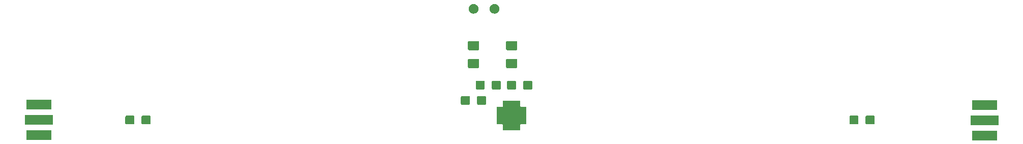
<source format=gbr>
G04 #@! TF.GenerationSoftware,KiCad,Pcbnew,5.1.2-f72e74a~84~ubuntu18.04.1*
G04 #@! TF.CreationDate,2019-07-26T18:37:53+02:00*
G04 #@! TF.ProjectId,match_attenuator,6d617463-685f-4617-9474-656e7561746f,rev?*
G04 #@! TF.SameCoordinates,Original*
G04 #@! TF.FileFunction,Soldermask,Top*
G04 #@! TF.FilePolarity,Negative*
%FSLAX46Y46*%
G04 Gerber Fmt 4.6, Leading zero omitted, Abs format (unit mm)*
G04 Created by KiCad (PCBNEW 5.1.2-f72e74a~84~ubuntu18.04.1) date 2019-07-26 18:37:53*
%MOMM*%
%LPD*%
G04 APERTURE LIST*
%ADD10C,0.100000*%
G04 APERTURE END LIST*
D10*
G36*
X230681000Y-131111000D02*
G01*
X226519000Y-131111000D01*
X226519000Y-129489000D01*
X230681000Y-129489000D01*
X230681000Y-131111000D01*
X230681000Y-131111000D01*
G37*
G36*
X73201000Y-131091000D02*
G01*
X69039000Y-131091000D01*
X69039000Y-129469000D01*
X73201000Y-129469000D01*
X73201000Y-131091000D01*
X73201000Y-131091000D01*
G37*
G36*
X151301000Y-125414001D02*
G01*
X151303402Y-125438387D01*
X151310515Y-125461836D01*
X151322066Y-125483447D01*
X151337611Y-125502389D01*
X151356553Y-125517934D01*
X151378164Y-125529485D01*
X151401613Y-125536598D01*
X151425999Y-125539000D01*
X152301000Y-125539000D01*
X152301000Y-128441000D01*
X151425999Y-128441000D01*
X151401613Y-128443402D01*
X151378164Y-128450515D01*
X151356553Y-128462066D01*
X151337611Y-128477611D01*
X151322066Y-128496553D01*
X151310515Y-128518164D01*
X151303402Y-128541613D01*
X151301000Y-128565999D01*
X151301000Y-129441000D01*
X148399000Y-129441000D01*
X148399000Y-128565999D01*
X148396598Y-128541613D01*
X148389485Y-128518164D01*
X148377934Y-128496553D01*
X148362389Y-128477611D01*
X148343447Y-128462066D01*
X148321836Y-128450515D01*
X148298387Y-128443402D01*
X148274001Y-128441000D01*
X147399000Y-128441000D01*
X147399000Y-125539000D01*
X148274001Y-125539000D01*
X148298387Y-125536598D01*
X148321836Y-125529485D01*
X148343447Y-125517934D01*
X148362389Y-125502389D01*
X148377934Y-125483447D01*
X148389485Y-125461836D01*
X148396598Y-125438387D01*
X148399000Y-125414001D01*
X148399000Y-124539000D01*
X151301000Y-124539000D01*
X151301000Y-125414001D01*
X151301000Y-125414001D01*
G37*
G36*
X230951000Y-128571000D02*
G01*
X226249000Y-128571000D01*
X226249000Y-126949000D01*
X230951000Y-126949000D01*
X230951000Y-128571000D01*
X230951000Y-128571000D01*
G37*
G36*
X73471000Y-128551000D02*
G01*
X68769000Y-128551000D01*
X68769000Y-126929000D01*
X73471000Y-126929000D01*
X73471000Y-128551000D01*
X73471000Y-128551000D01*
G37*
G36*
X210147798Y-127018247D02*
G01*
X210183367Y-127029037D01*
X210216139Y-127046554D01*
X210244869Y-127070131D01*
X210268446Y-127098861D01*
X210285963Y-127131633D01*
X210296753Y-127167202D01*
X210301000Y-127210325D01*
X210301000Y-128269675D01*
X210296753Y-128312798D01*
X210285963Y-128348367D01*
X210268446Y-128381139D01*
X210244869Y-128409869D01*
X210216139Y-128433446D01*
X210183367Y-128450963D01*
X210147798Y-128461753D01*
X210104675Y-128466000D01*
X208995325Y-128466000D01*
X208952202Y-128461753D01*
X208916633Y-128450963D01*
X208883861Y-128433446D01*
X208855131Y-128409869D01*
X208831554Y-128381139D01*
X208814037Y-128348367D01*
X208803247Y-128312798D01*
X208799000Y-128269675D01*
X208799000Y-127210325D01*
X208803247Y-127167202D01*
X208814037Y-127131633D01*
X208831554Y-127098861D01*
X208855131Y-127070131D01*
X208883861Y-127046554D01*
X208916633Y-127029037D01*
X208952202Y-127018247D01*
X208995325Y-127014000D01*
X210104675Y-127014000D01*
X210147798Y-127018247D01*
X210147798Y-127018247D01*
G37*
G36*
X207447798Y-127018247D02*
G01*
X207483367Y-127029037D01*
X207516139Y-127046554D01*
X207544869Y-127070131D01*
X207568446Y-127098861D01*
X207585963Y-127131633D01*
X207596753Y-127167202D01*
X207601000Y-127210325D01*
X207601000Y-128269675D01*
X207596753Y-128312798D01*
X207585963Y-128348367D01*
X207568446Y-128381139D01*
X207544869Y-128409869D01*
X207516139Y-128433446D01*
X207483367Y-128450963D01*
X207447798Y-128461753D01*
X207404675Y-128466000D01*
X206295325Y-128466000D01*
X206252202Y-128461753D01*
X206216633Y-128450963D01*
X206183861Y-128433446D01*
X206155131Y-128409869D01*
X206131554Y-128381139D01*
X206114037Y-128348367D01*
X206103247Y-128312798D01*
X206099000Y-128269675D01*
X206099000Y-127210325D01*
X206103247Y-127167202D01*
X206114037Y-127131633D01*
X206131554Y-127098861D01*
X206155131Y-127070131D01*
X206183861Y-127046554D01*
X206216633Y-127029037D01*
X206252202Y-127018247D01*
X206295325Y-127014000D01*
X207404675Y-127014000D01*
X207447798Y-127018247D01*
X207447798Y-127018247D01*
G37*
G36*
X86877798Y-127018247D02*
G01*
X86913367Y-127029037D01*
X86946139Y-127046554D01*
X86974869Y-127070131D01*
X86998446Y-127098861D01*
X87015963Y-127131633D01*
X87026753Y-127167202D01*
X87031000Y-127210325D01*
X87031000Y-128269675D01*
X87026753Y-128312798D01*
X87015963Y-128348367D01*
X86998446Y-128381139D01*
X86974869Y-128409869D01*
X86946139Y-128433446D01*
X86913367Y-128450963D01*
X86877798Y-128461753D01*
X86834675Y-128466000D01*
X85725325Y-128466000D01*
X85682202Y-128461753D01*
X85646633Y-128450963D01*
X85613861Y-128433446D01*
X85585131Y-128409869D01*
X85561554Y-128381139D01*
X85544037Y-128348367D01*
X85533247Y-128312798D01*
X85529000Y-128269675D01*
X85529000Y-127210325D01*
X85533247Y-127167202D01*
X85544037Y-127131633D01*
X85561554Y-127098861D01*
X85585131Y-127070131D01*
X85613861Y-127046554D01*
X85646633Y-127029037D01*
X85682202Y-127018247D01*
X85725325Y-127014000D01*
X86834675Y-127014000D01*
X86877798Y-127018247D01*
X86877798Y-127018247D01*
G37*
G36*
X89577798Y-127018247D02*
G01*
X89613367Y-127029037D01*
X89646139Y-127046554D01*
X89674869Y-127070131D01*
X89698446Y-127098861D01*
X89715963Y-127131633D01*
X89726753Y-127167202D01*
X89731000Y-127210325D01*
X89731000Y-128269675D01*
X89726753Y-128312798D01*
X89715963Y-128348367D01*
X89698446Y-128381139D01*
X89674869Y-128409869D01*
X89646139Y-128433446D01*
X89613367Y-128450963D01*
X89577798Y-128461753D01*
X89534675Y-128466000D01*
X88425325Y-128466000D01*
X88382202Y-128461753D01*
X88346633Y-128450963D01*
X88313861Y-128433446D01*
X88285131Y-128409869D01*
X88261554Y-128381139D01*
X88244037Y-128348367D01*
X88233247Y-128312798D01*
X88229000Y-128269675D01*
X88229000Y-127210325D01*
X88233247Y-127167202D01*
X88244037Y-127131633D01*
X88261554Y-127098861D01*
X88285131Y-127070131D01*
X88313861Y-127046554D01*
X88346633Y-127029037D01*
X88382202Y-127018247D01*
X88425325Y-127014000D01*
X89534675Y-127014000D01*
X89577798Y-127018247D01*
X89577798Y-127018247D01*
G37*
G36*
X230681000Y-126031000D02*
G01*
X226519000Y-126031000D01*
X226519000Y-124409000D01*
X230681000Y-124409000D01*
X230681000Y-126031000D01*
X230681000Y-126031000D01*
G37*
G36*
X73201000Y-126011000D02*
G01*
X69039000Y-126011000D01*
X69039000Y-124389000D01*
X73201000Y-124389000D01*
X73201000Y-126011000D01*
X73201000Y-126011000D01*
G37*
G36*
X142757798Y-123738247D02*
G01*
X142793367Y-123749037D01*
X142826139Y-123766554D01*
X142854869Y-123790131D01*
X142878446Y-123818861D01*
X142895963Y-123851633D01*
X142906753Y-123887202D01*
X142911000Y-123930325D01*
X142911000Y-124989675D01*
X142906753Y-125032798D01*
X142895963Y-125068367D01*
X142878446Y-125101139D01*
X142854869Y-125129869D01*
X142826139Y-125153446D01*
X142793367Y-125170963D01*
X142757798Y-125181753D01*
X142714675Y-125186000D01*
X141605325Y-125186000D01*
X141562202Y-125181753D01*
X141526633Y-125170963D01*
X141493861Y-125153446D01*
X141465131Y-125129869D01*
X141441554Y-125101139D01*
X141424037Y-125068367D01*
X141413247Y-125032798D01*
X141409000Y-124989675D01*
X141409000Y-123930325D01*
X141413247Y-123887202D01*
X141424037Y-123851633D01*
X141441554Y-123818861D01*
X141465131Y-123790131D01*
X141493861Y-123766554D01*
X141526633Y-123749037D01*
X141562202Y-123738247D01*
X141605325Y-123734000D01*
X142714675Y-123734000D01*
X142757798Y-123738247D01*
X142757798Y-123738247D01*
G37*
G36*
X145457798Y-123738247D02*
G01*
X145493367Y-123749037D01*
X145526139Y-123766554D01*
X145554869Y-123790131D01*
X145578446Y-123818861D01*
X145595963Y-123851633D01*
X145606753Y-123887202D01*
X145611000Y-123930325D01*
X145611000Y-124989675D01*
X145606753Y-125032798D01*
X145595963Y-125068367D01*
X145578446Y-125101139D01*
X145554869Y-125129869D01*
X145526139Y-125153446D01*
X145493367Y-125170963D01*
X145457798Y-125181753D01*
X145414675Y-125186000D01*
X144305325Y-125186000D01*
X144262202Y-125181753D01*
X144226633Y-125170963D01*
X144193861Y-125153446D01*
X144165131Y-125129869D01*
X144141554Y-125101139D01*
X144124037Y-125068367D01*
X144113247Y-125032798D01*
X144109000Y-124989675D01*
X144109000Y-123930325D01*
X144113247Y-123887202D01*
X144124037Y-123851633D01*
X144141554Y-123818861D01*
X144165131Y-123790131D01*
X144193861Y-123766554D01*
X144226633Y-123749037D01*
X144262202Y-123738247D01*
X144305325Y-123734000D01*
X145414675Y-123734000D01*
X145457798Y-123738247D01*
X145457798Y-123738247D01*
G37*
G36*
X145217798Y-121198247D02*
G01*
X145253367Y-121209037D01*
X145286139Y-121226554D01*
X145314869Y-121250131D01*
X145338446Y-121278861D01*
X145355963Y-121311633D01*
X145366753Y-121347202D01*
X145371000Y-121390325D01*
X145371000Y-122449675D01*
X145366753Y-122492798D01*
X145355963Y-122528367D01*
X145338446Y-122561139D01*
X145314869Y-122589869D01*
X145286139Y-122613446D01*
X145253367Y-122630963D01*
X145217798Y-122641753D01*
X145174675Y-122646000D01*
X144065325Y-122646000D01*
X144022202Y-122641753D01*
X143986633Y-122630963D01*
X143953861Y-122613446D01*
X143925131Y-122589869D01*
X143901554Y-122561139D01*
X143884037Y-122528367D01*
X143873247Y-122492798D01*
X143869000Y-122449675D01*
X143869000Y-121390325D01*
X143873247Y-121347202D01*
X143884037Y-121311633D01*
X143901554Y-121278861D01*
X143925131Y-121250131D01*
X143953861Y-121226554D01*
X143986633Y-121209037D01*
X144022202Y-121198247D01*
X144065325Y-121194000D01*
X145174675Y-121194000D01*
X145217798Y-121198247D01*
X145217798Y-121198247D01*
G37*
G36*
X147917798Y-121198247D02*
G01*
X147953367Y-121209037D01*
X147986139Y-121226554D01*
X148014869Y-121250131D01*
X148038446Y-121278861D01*
X148055963Y-121311633D01*
X148066753Y-121347202D01*
X148071000Y-121390325D01*
X148071000Y-122449675D01*
X148066753Y-122492798D01*
X148055963Y-122528367D01*
X148038446Y-122561139D01*
X148014869Y-122589869D01*
X147986139Y-122613446D01*
X147953367Y-122630963D01*
X147917798Y-122641753D01*
X147874675Y-122646000D01*
X146765325Y-122646000D01*
X146722202Y-122641753D01*
X146686633Y-122630963D01*
X146653861Y-122613446D01*
X146625131Y-122589869D01*
X146601554Y-122561139D01*
X146584037Y-122528367D01*
X146573247Y-122492798D01*
X146569000Y-122449675D01*
X146569000Y-121390325D01*
X146573247Y-121347202D01*
X146584037Y-121311633D01*
X146601554Y-121278861D01*
X146625131Y-121250131D01*
X146653861Y-121226554D01*
X146686633Y-121209037D01*
X146722202Y-121198247D01*
X146765325Y-121194000D01*
X147874675Y-121194000D01*
X147917798Y-121198247D01*
X147917798Y-121198247D01*
G37*
G36*
X150457798Y-121198247D02*
G01*
X150493367Y-121209037D01*
X150526139Y-121226554D01*
X150554869Y-121250131D01*
X150578446Y-121278861D01*
X150595963Y-121311633D01*
X150606753Y-121347202D01*
X150611000Y-121390325D01*
X150611000Y-122449675D01*
X150606753Y-122492798D01*
X150595963Y-122528367D01*
X150578446Y-122561139D01*
X150554869Y-122589869D01*
X150526139Y-122613446D01*
X150493367Y-122630963D01*
X150457798Y-122641753D01*
X150414675Y-122646000D01*
X149305325Y-122646000D01*
X149262202Y-122641753D01*
X149226633Y-122630963D01*
X149193861Y-122613446D01*
X149165131Y-122589869D01*
X149141554Y-122561139D01*
X149124037Y-122528367D01*
X149113247Y-122492798D01*
X149109000Y-122449675D01*
X149109000Y-121390325D01*
X149113247Y-121347202D01*
X149124037Y-121311633D01*
X149141554Y-121278861D01*
X149165131Y-121250131D01*
X149193861Y-121226554D01*
X149226633Y-121209037D01*
X149262202Y-121198247D01*
X149305325Y-121194000D01*
X150414675Y-121194000D01*
X150457798Y-121198247D01*
X150457798Y-121198247D01*
G37*
G36*
X153157798Y-121198247D02*
G01*
X153193367Y-121209037D01*
X153226139Y-121226554D01*
X153254869Y-121250131D01*
X153278446Y-121278861D01*
X153295963Y-121311633D01*
X153306753Y-121347202D01*
X153311000Y-121390325D01*
X153311000Y-122449675D01*
X153306753Y-122492798D01*
X153295963Y-122528367D01*
X153278446Y-122561139D01*
X153254869Y-122589869D01*
X153226139Y-122613446D01*
X153193367Y-122630963D01*
X153157798Y-122641753D01*
X153114675Y-122646000D01*
X152005325Y-122646000D01*
X151962202Y-122641753D01*
X151926633Y-122630963D01*
X151893861Y-122613446D01*
X151865131Y-122589869D01*
X151841554Y-122561139D01*
X151824037Y-122528367D01*
X151813247Y-122492798D01*
X151809000Y-122449675D01*
X151809000Y-121390325D01*
X151813247Y-121347202D01*
X151824037Y-121311633D01*
X151841554Y-121278861D01*
X151865131Y-121250131D01*
X151893861Y-121226554D01*
X151926633Y-121209037D01*
X151962202Y-121198247D01*
X152005325Y-121194000D01*
X153114675Y-121194000D01*
X153157798Y-121198247D01*
X153157798Y-121198247D01*
G37*
G36*
X144285562Y-117568181D02*
G01*
X144320481Y-117578774D01*
X144352663Y-117595976D01*
X144380873Y-117619127D01*
X144404024Y-117647337D01*
X144421226Y-117679519D01*
X144431819Y-117714438D01*
X144436000Y-117756895D01*
X144436000Y-118898105D01*
X144431819Y-118940562D01*
X144421226Y-118975481D01*
X144404024Y-119007663D01*
X144380873Y-119035873D01*
X144352663Y-119059024D01*
X144320481Y-119076226D01*
X144285562Y-119086819D01*
X144243105Y-119091000D01*
X142776895Y-119091000D01*
X142734438Y-119086819D01*
X142699519Y-119076226D01*
X142667337Y-119059024D01*
X142639127Y-119035873D01*
X142615976Y-119007663D01*
X142598774Y-118975481D01*
X142588181Y-118940562D01*
X142584000Y-118898105D01*
X142584000Y-117756895D01*
X142588181Y-117714438D01*
X142598774Y-117679519D01*
X142615976Y-117647337D01*
X142639127Y-117619127D01*
X142667337Y-117595976D01*
X142699519Y-117578774D01*
X142734438Y-117568181D01*
X142776895Y-117564000D01*
X144243105Y-117564000D01*
X144285562Y-117568181D01*
X144285562Y-117568181D01*
G37*
G36*
X150635562Y-117568181D02*
G01*
X150670481Y-117578774D01*
X150702663Y-117595976D01*
X150730873Y-117619127D01*
X150754024Y-117647337D01*
X150771226Y-117679519D01*
X150781819Y-117714438D01*
X150786000Y-117756895D01*
X150786000Y-118898105D01*
X150781819Y-118940562D01*
X150771226Y-118975481D01*
X150754024Y-119007663D01*
X150730873Y-119035873D01*
X150702663Y-119059024D01*
X150670481Y-119076226D01*
X150635562Y-119086819D01*
X150593105Y-119091000D01*
X149126895Y-119091000D01*
X149084438Y-119086819D01*
X149049519Y-119076226D01*
X149017337Y-119059024D01*
X148989127Y-119035873D01*
X148965976Y-119007663D01*
X148948774Y-118975481D01*
X148938181Y-118940562D01*
X148934000Y-118898105D01*
X148934000Y-117756895D01*
X148938181Y-117714438D01*
X148948774Y-117679519D01*
X148965976Y-117647337D01*
X148989127Y-117619127D01*
X149017337Y-117595976D01*
X149049519Y-117578774D01*
X149084438Y-117568181D01*
X149126895Y-117564000D01*
X150593105Y-117564000D01*
X150635562Y-117568181D01*
X150635562Y-117568181D01*
G37*
G36*
X150635562Y-114593181D02*
G01*
X150670481Y-114603774D01*
X150702663Y-114620976D01*
X150730873Y-114644127D01*
X150754024Y-114672337D01*
X150771226Y-114704519D01*
X150781819Y-114739438D01*
X150786000Y-114781895D01*
X150786000Y-115923105D01*
X150781819Y-115965562D01*
X150771226Y-116000481D01*
X150754024Y-116032663D01*
X150730873Y-116060873D01*
X150702663Y-116084024D01*
X150670481Y-116101226D01*
X150635562Y-116111819D01*
X150593105Y-116116000D01*
X149126895Y-116116000D01*
X149084438Y-116111819D01*
X149049519Y-116101226D01*
X149017337Y-116084024D01*
X148989127Y-116060873D01*
X148965976Y-116032663D01*
X148948774Y-116000481D01*
X148938181Y-115965562D01*
X148934000Y-115923105D01*
X148934000Y-114781895D01*
X148938181Y-114739438D01*
X148948774Y-114704519D01*
X148965976Y-114672337D01*
X148989127Y-114644127D01*
X149017337Y-114620976D01*
X149049519Y-114603774D01*
X149084438Y-114593181D01*
X149126895Y-114589000D01*
X150593105Y-114589000D01*
X150635562Y-114593181D01*
X150635562Y-114593181D01*
G37*
G36*
X144285562Y-114593181D02*
G01*
X144320481Y-114603774D01*
X144352663Y-114620976D01*
X144380873Y-114644127D01*
X144404024Y-114672337D01*
X144421226Y-114704519D01*
X144431819Y-114739438D01*
X144436000Y-114781895D01*
X144436000Y-115923105D01*
X144431819Y-115965562D01*
X144421226Y-116000481D01*
X144404024Y-116032663D01*
X144380873Y-116060873D01*
X144352663Y-116084024D01*
X144320481Y-116101226D01*
X144285562Y-116111819D01*
X144243105Y-116116000D01*
X142776895Y-116116000D01*
X142734438Y-116111819D01*
X142699519Y-116101226D01*
X142667337Y-116084024D01*
X142639127Y-116060873D01*
X142615976Y-116032663D01*
X142598774Y-116000481D01*
X142588181Y-115965562D01*
X142584000Y-115923105D01*
X142584000Y-114781895D01*
X142588181Y-114739438D01*
X142598774Y-114704519D01*
X142615976Y-114672337D01*
X142639127Y-114644127D01*
X142667337Y-114620976D01*
X142699519Y-114603774D01*
X142734438Y-114593181D01*
X142776895Y-114589000D01*
X144243105Y-114589000D01*
X144285562Y-114593181D01*
X144285562Y-114593181D01*
G37*
G36*
X147247142Y-108438242D02*
G01*
X147395101Y-108499529D01*
X147528255Y-108588499D01*
X147641501Y-108701745D01*
X147730471Y-108834899D01*
X147791758Y-108982858D01*
X147823000Y-109139925D01*
X147823000Y-109300075D01*
X147791758Y-109457142D01*
X147730471Y-109605101D01*
X147641501Y-109738255D01*
X147528255Y-109851501D01*
X147395101Y-109940471D01*
X147247142Y-110001758D01*
X147090075Y-110033000D01*
X146929925Y-110033000D01*
X146772858Y-110001758D01*
X146624899Y-109940471D01*
X146491745Y-109851501D01*
X146378499Y-109738255D01*
X146289529Y-109605101D01*
X146228242Y-109457142D01*
X146197000Y-109300075D01*
X146197000Y-109139925D01*
X146228242Y-108982858D01*
X146289529Y-108834899D01*
X146378499Y-108701745D01*
X146491745Y-108588499D01*
X146624899Y-108499529D01*
X146772858Y-108438242D01*
X146929925Y-108407000D01*
X147090075Y-108407000D01*
X147247142Y-108438242D01*
X147247142Y-108438242D01*
G37*
G36*
X143747142Y-108438242D02*
G01*
X143895101Y-108499529D01*
X144028255Y-108588499D01*
X144141501Y-108701745D01*
X144230471Y-108834899D01*
X144291758Y-108982858D01*
X144323000Y-109139925D01*
X144323000Y-109300075D01*
X144291758Y-109457142D01*
X144230471Y-109605101D01*
X144141501Y-109738255D01*
X144028255Y-109851501D01*
X143895101Y-109940471D01*
X143747142Y-110001758D01*
X143590075Y-110033000D01*
X143429925Y-110033000D01*
X143272858Y-110001758D01*
X143124899Y-109940471D01*
X142991745Y-109851501D01*
X142878499Y-109738255D01*
X142789529Y-109605101D01*
X142728242Y-109457142D01*
X142697000Y-109300075D01*
X142697000Y-109139925D01*
X142728242Y-108982858D01*
X142789529Y-108834899D01*
X142878499Y-108701745D01*
X142991745Y-108588499D01*
X143124899Y-108499529D01*
X143272858Y-108438242D01*
X143429925Y-108407000D01*
X143590075Y-108407000D01*
X143747142Y-108438242D01*
X143747142Y-108438242D01*
G37*
M02*

</source>
